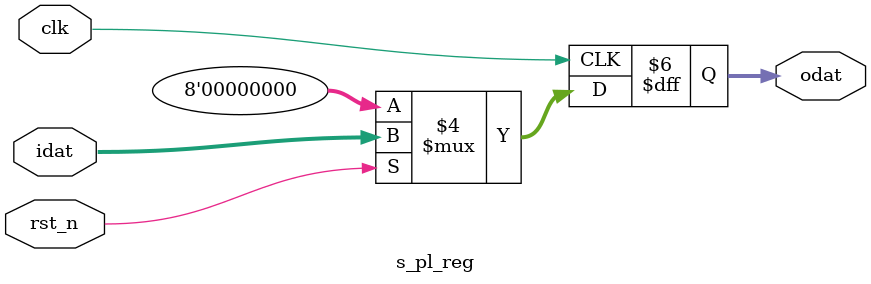
<source format=v>

module s_pl_reg
    (
     clk,
     rst_n,
     idat,
     odat
     );

////////////////////////////////////////////////////////////////////////////////
// Parameter declarations
parameter           SIZE = 8;
parameter           RST_VAL = {SIZE{1'b0}};

////////////////////////////////////////////////////////////////////////////////
// Port declarations
input               clk;
input               rst_n;
input [SIZE-1:0]    idat;
output [SIZE-1:0]   odat;

////////////////////////////////////////////////////////////////////////////////
// Local logic and instantiation
reg [SIZE-1:0]      odat;
always @(posedge clk)
    begin
    if (!rst_n)     odat <= RST_VAL;
    else            odat <= idat;
    end

endmodule 

</source>
